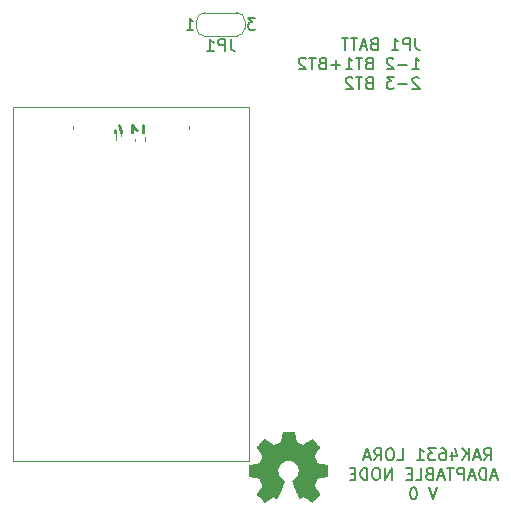
<source format=gbr>
G04 #@! TF.GenerationSoftware,KiCad,Pcbnew,5.1.5-52549c5~86~ubuntu18.04.1*
G04 #@! TF.CreationDate,2020-11-21T17:19:21-05:00*
G04 #@! TF.ProjectId,RAK4631_LORA_ADAPTABLE_NODE,52414b34-3633-4315-9f4c-4f52415f4144,rev?*
G04 #@! TF.SameCoordinates,Original*
G04 #@! TF.FileFunction,Legend,Bot*
G04 #@! TF.FilePolarity,Positive*
%FSLAX46Y46*%
G04 Gerber Fmt 4.6, Leading zero omitted, Abs format (unit mm)*
G04 Created by KiCad (PCBNEW 5.1.5-52549c5~86~ubuntu18.04.1) date 2020-11-21 17:19:21*
%MOMM*%
%LPD*%
G04 APERTURE LIST*
%ADD10C,0.150000*%
%ADD11C,0.120000*%
%ADD12C,0.100000*%
%ADD13C,0.010000*%
%ADD14C,0.254000*%
%ADD15R,0.552000X0.632000*%
%ADD16R,0.332000X0.752000*%
%ADD17O,1.802000X1.802000*%
%ADD18C,1.802000*%
%ADD19C,2.502000*%
%ADD20R,2.502000X2.502000*%
%ADD21C,2.102000*%
%ADD22C,2.742000*%
%ADD23R,1.102000X1.602000*%
%ADD24C,3.102000*%
G04 APERTURE END LIST*
D10*
X154367857Y-139772380D02*
X154701190Y-139296190D01*
X154939285Y-139772380D02*
X154939285Y-138772380D01*
X154558333Y-138772380D01*
X154463095Y-138820000D01*
X154415476Y-138867619D01*
X154367857Y-138962857D01*
X154367857Y-139105714D01*
X154415476Y-139200952D01*
X154463095Y-139248571D01*
X154558333Y-139296190D01*
X154939285Y-139296190D01*
X153986904Y-139486666D02*
X153510714Y-139486666D01*
X154082142Y-139772380D02*
X153748809Y-138772380D01*
X153415476Y-139772380D01*
X153082142Y-139772380D02*
X153082142Y-138772380D01*
X152510714Y-139772380D02*
X152939285Y-139200952D01*
X152510714Y-138772380D02*
X153082142Y-139343809D01*
X151653571Y-139105714D02*
X151653571Y-139772380D01*
X151891666Y-138724761D02*
X152129761Y-139439047D01*
X151510714Y-139439047D01*
X150701190Y-138772380D02*
X150891666Y-138772380D01*
X150986904Y-138820000D01*
X151034523Y-138867619D01*
X151129761Y-139010476D01*
X151177380Y-139200952D01*
X151177380Y-139581904D01*
X151129761Y-139677142D01*
X151082142Y-139724761D01*
X150986904Y-139772380D01*
X150796428Y-139772380D01*
X150701190Y-139724761D01*
X150653571Y-139677142D01*
X150605952Y-139581904D01*
X150605952Y-139343809D01*
X150653571Y-139248571D01*
X150701190Y-139200952D01*
X150796428Y-139153333D01*
X150986904Y-139153333D01*
X151082142Y-139200952D01*
X151129761Y-139248571D01*
X151177380Y-139343809D01*
X150272619Y-138772380D02*
X149653571Y-138772380D01*
X149986904Y-139153333D01*
X149844047Y-139153333D01*
X149748809Y-139200952D01*
X149701190Y-139248571D01*
X149653571Y-139343809D01*
X149653571Y-139581904D01*
X149701190Y-139677142D01*
X149748809Y-139724761D01*
X149844047Y-139772380D01*
X150129761Y-139772380D01*
X150225000Y-139724761D01*
X150272619Y-139677142D01*
X148701190Y-139772380D02*
X149272619Y-139772380D01*
X148986904Y-139772380D02*
X148986904Y-138772380D01*
X149082142Y-138915238D01*
X149177380Y-139010476D01*
X149272619Y-139058095D01*
X147034523Y-139772380D02*
X147510714Y-139772380D01*
X147510714Y-138772380D01*
X146510714Y-138772380D02*
X146320238Y-138772380D01*
X146225000Y-138820000D01*
X146129761Y-138915238D01*
X146082142Y-139105714D01*
X146082142Y-139439047D01*
X146129761Y-139629523D01*
X146225000Y-139724761D01*
X146320238Y-139772380D01*
X146510714Y-139772380D01*
X146605952Y-139724761D01*
X146701190Y-139629523D01*
X146748809Y-139439047D01*
X146748809Y-139105714D01*
X146701190Y-138915238D01*
X146605952Y-138820000D01*
X146510714Y-138772380D01*
X145082142Y-139772380D02*
X145415476Y-139296190D01*
X145653571Y-139772380D02*
X145653571Y-138772380D01*
X145272619Y-138772380D01*
X145177380Y-138820000D01*
X145129761Y-138867619D01*
X145082142Y-138962857D01*
X145082142Y-139105714D01*
X145129761Y-139200952D01*
X145177380Y-139248571D01*
X145272619Y-139296190D01*
X145653571Y-139296190D01*
X144701190Y-139486666D02*
X144225000Y-139486666D01*
X144796428Y-139772380D02*
X144463095Y-138772380D01*
X144129761Y-139772380D01*
X155439285Y-141136666D02*
X154963095Y-141136666D01*
X155534523Y-141422380D02*
X155201190Y-140422380D01*
X154867857Y-141422380D01*
X154534523Y-141422380D02*
X154534523Y-140422380D01*
X154296428Y-140422380D01*
X154153571Y-140470000D01*
X154058333Y-140565238D01*
X154010714Y-140660476D01*
X153963095Y-140850952D01*
X153963095Y-140993809D01*
X154010714Y-141184285D01*
X154058333Y-141279523D01*
X154153571Y-141374761D01*
X154296428Y-141422380D01*
X154534523Y-141422380D01*
X153582142Y-141136666D02*
X153105952Y-141136666D01*
X153677380Y-141422380D02*
X153344047Y-140422380D01*
X153010714Y-141422380D01*
X152677380Y-141422380D02*
X152677380Y-140422380D01*
X152296428Y-140422380D01*
X152201190Y-140470000D01*
X152153571Y-140517619D01*
X152105952Y-140612857D01*
X152105952Y-140755714D01*
X152153571Y-140850952D01*
X152201190Y-140898571D01*
X152296428Y-140946190D01*
X152677380Y-140946190D01*
X151820238Y-140422380D02*
X151248809Y-140422380D01*
X151534523Y-141422380D02*
X151534523Y-140422380D01*
X150963095Y-141136666D02*
X150486904Y-141136666D01*
X151058333Y-141422380D02*
X150725000Y-140422380D01*
X150391666Y-141422380D01*
X149725000Y-140898571D02*
X149582142Y-140946190D01*
X149534523Y-140993809D01*
X149486904Y-141089047D01*
X149486904Y-141231904D01*
X149534523Y-141327142D01*
X149582142Y-141374761D01*
X149677380Y-141422380D01*
X150058333Y-141422380D01*
X150058333Y-140422380D01*
X149725000Y-140422380D01*
X149629761Y-140470000D01*
X149582142Y-140517619D01*
X149534523Y-140612857D01*
X149534523Y-140708095D01*
X149582142Y-140803333D01*
X149629761Y-140850952D01*
X149725000Y-140898571D01*
X150058333Y-140898571D01*
X148582142Y-141422380D02*
X149058333Y-141422380D01*
X149058333Y-140422380D01*
X148248809Y-140898571D02*
X147915476Y-140898571D01*
X147772619Y-141422380D02*
X148248809Y-141422380D01*
X148248809Y-140422380D01*
X147772619Y-140422380D01*
X146582142Y-141422380D02*
X146582142Y-140422380D01*
X146010714Y-141422380D01*
X146010714Y-140422380D01*
X145344047Y-140422380D02*
X145153571Y-140422380D01*
X145058333Y-140470000D01*
X144963095Y-140565238D01*
X144915476Y-140755714D01*
X144915476Y-141089047D01*
X144963095Y-141279523D01*
X145058333Y-141374761D01*
X145153571Y-141422380D01*
X145344047Y-141422380D01*
X145439285Y-141374761D01*
X145534523Y-141279523D01*
X145582142Y-141089047D01*
X145582142Y-140755714D01*
X145534523Y-140565238D01*
X145439285Y-140470000D01*
X145344047Y-140422380D01*
X144486904Y-141422380D02*
X144486904Y-140422380D01*
X144248809Y-140422380D01*
X144105952Y-140470000D01*
X144010714Y-140565238D01*
X143963095Y-140660476D01*
X143915476Y-140850952D01*
X143915476Y-140993809D01*
X143963095Y-141184285D01*
X144010714Y-141279523D01*
X144105952Y-141374761D01*
X144248809Y-141422380D01*
X144486904Y-141422380D01*
X143486904Y-140898571D02*
X143153571Y-140898571D01*
X143010714Y-141422380D02*
X143486904Y-141422380D01*
X143486904Y-140422380D01*
X143010714Y-140422380D01*
X150415476Y-142072380D02*
X150082142Y-143072380D01*
X149748809Y-142072380D01*
X148463095Y-142072380D02*
X148367857Y-142072380D01*
X148272619Y-142120000D01*
X148225000Y-142167619D01*
X148177380Y-142262857D01*
X148129761Y-142453333D01*
X148129761Y-142691428D01*
X148177380Y-142881904D01*
X148225000Y-142977142D01*
X148272619Y-143024761D01*
X148367857Y-143072380D01*
X148463095Y-143072380D01*
X148558333Y-143024761D01*
X148605952Y-142977142D01*
X148653571Y-142881904D01*
X148701190Y-142691428D01*
X148701190Y-142453333D01*
X148653571Y-142262857D01*
X148605952Y-142167619D01*
X148558333Y-142120000D01*
X148463095Y-142072380D01*
X148552890Y-104025180D02*
X148552890Y-104739466D01*
X148600509Y-104882323D01*
X148695747Y-104977561D01*
X148838604Y-105025180D01*
X148933842Y-105025180D01*
X148076700Y-105025180D02*
X148076700Y-104025180D01*
X147695747Y-104025180D01*
X147600509Y-104072800D01*
X147552890Y-104120419D01*
X147505271Y-104215657D01*
X147505271Y-104358514D01*
X147552890Y-104453752D01*
X147600509Y-104501371D01*
X147695747Y-104548990D01*
X148076700Y-104548990D01*
X146552890Y-105025180D02*
X147124319Y-105025180D01*
X146838604Y-105025180D02*
X146838604Y-104025180D01*
X146933842Y-104168038D01*
X147029080Y-104263276D01*
X147124319Y-104310895D01*
X145029080Y-104501371D02*
X144886223Y-104548990D01*
X144838604Y-104596609D01*
X144790985Y-104691847D01*
X144790985Y-104834704D01*
X144838604Y-104929942D01*
X144886223Y-104977561D01*
X144981461Y-105025180D01*
X145362414Y-105025180D01*
X145362414Y-104025180D01*
X145029080Y-104025180D01*
X144933842Y-104072800D01*
X144886223Y-104120419D01*
X144838604Y-104215657D01*
X144838604Y-104310895D01*
X144886223Y-104406133D01*
X144933842Y-104453752D01*
X145029080Y-104501371D01*
X145362414Y-104501371D01*
X144410033Y-104739466D02*
X143933842Y-104739466D01*
X144505271Y-105025180D02*
X144171938Y-104025180D01*
X143838604Y-105025180D01*
X143648128Y-104025180D02*
X143076700Y-104025180D01*
X143362414Y-105025180D02*
X143362414Y-104025180D01*
X142886223Y-104025180D02*
X142314795Y-104025180D01*
X142600509Y-105025180D02*
X142600509Y-104025180D01*
X148314795Y-106675180D02*
X148886223Y-106675180D01*
X148600509Y-106675180D02*
X148600509Y-105675180D01*
X148695747Y-105818038D01*
X148790985Y-105913276D01*
X148886223Y-105960895D01*
X147886223Y-106294228D02*
X147124319Y-106294228D01*
X146695747Y-105770419D02*
X146648128Y-105722800D01*
X146552890Y-105675180D01*
X146314795Y-105675180D01*
X146219557Y-105722800D01*
X146171938Y-105770419D01*
X146124319Y-105865657D01*
X146124319Y-105960895D01*
X146171938Y-106103752D01*
X146743366Y-106675180D01*
X146124319Y-106675180D01*
X144600509Y-106151371D02*
X144457652Y-106198990D01*
X144410033Y-106246609D01*
X144362414Y-106341847D01*
X144362414Y-106484704D01*
X144410033Y-106579942D01*
X144457652Y-106627561D01*
X144552890Y-106675180D01*
X144933842Y-106675180D01*
X144933842Y-105675180D01*
X144600509Y-105675180D01*
X144505271Y-105722800D01*
X144457652Y-105770419D01*
X144410033Y-105865657D01*
X144410033Y-105960895D01*
X144457652Y-106056133D01*
X144505271Y-106103752D01*
X144600509Y-106151371D01*
X144933842Y-106151371D01*
X144076700Y-105675180D02*
X143505271Y-105675180D01*
X143790985Y-106675180D02*
X143790985Y-105675180D01*
X142648128Y-106675180D02*
X143219557Y-106675180D01*
X142933842Y-106675180D02*
X142933842Y-105675180D01*
X143029080Y-105818038D01*
X143124319Y-105913276D01*
X143219557Y-105960895D01*
X142219557Y-106294228D02*
X141457652Y-106294228D01*
X141838604Y-106675180D02*
X141838604Y-105913276D01*
X140648128Y-106151371D02*
X140505271Y-106198990D01*
X140457652Y-106246609D01*
X140410033Y-106341847D01*
X140410033Y-106484704D01*
X140457652Y-106579942D01*
X140505271Y-106627561D01*
X140600509Y-106675180D01*
X140981461Y-106675180D01*
X140981461Y-105675180D01*
X140648128Y-105675180D01*
X140552890Y-105722800D01*
X140505271Y-105770419D01*
X140457652Y-105865657D01*
X140457652Y-105960895D01*
X140505271Y-106056133D01*
X140552890Y-106103752D01*
X140648128Y-106151371D01*
X140981461Y-106151371D01*
X140124319Y-105675180D02*
X139552890Y-105675180D01*
X139838604Y-106675180D02*
X139838604Y-105675180D01*
X139267176Y-105770419D02*
X139219557Y-105722800D01*
X139124319Y-105675180D01*
X138886223Y-105675180D01*
X138790985Y-105722800D01*
X138743366Y-105770419D01*
X138695747Y-105865657D01*
X138695747Y-105960895D01*
X138743366Y-106103752D01*
X139314795Y-106675180D01*
X138695747Y-106675180D01*
X148886223Y-107420419D02*
X148838604Y-107372800D01*
X148743366Y-107325180D01*
X148505271Y-107325180D01*
X148410033Y-107372800D01*
X148362414Y-107420419D01*
X148314795Y-107515657D01*
X148314795Y-107610895D01*
X148362414Y-107753752D01*
X148933842Y-108325180D01*
X148314795Y-108325180D01*
X147886223Y-107944228D02*
X147124319Y-107944228D01*
X146743366Y-107325180D02*
X146124319Y-107325180D01*
X146457652Y-107706133D01*
X146314795Y-107706133D01*
X146219557Y-107753752D01*
X146171938Y-107801371D01*
X146124319Y-107896609D01*
X146124319Y-108134704D01*
X146171938Y-108229942D01*
X146219557Y-108277561D01*
X146314795Y-108325180D01*
X146600509Y-108325180D01*
X146695747Y-108277561D01*
X146743366Y-108229942D01*
X144600509Y-107801371D02*
X144457652Y-107848990D01*
X144410033Y-107896609D01*
X144362414Y-107991847D01*
X144362414Y-108134704D01*
X144410033Y-108229942D01*
X144457652Y-108277561D01*
X144552890Y-108325180D01*
X144933842Y-108325180D01*
X144933842Y-107325180D01*
X144600509Y-107325180D01*
X144505271Y-107372800D01*
X144457652Y-107420419D01*
X144410033Y-107515657D01*
X144410033Y-107610895D01*
X144457652Y-107706133D01*
X144505271Y-107753752D01*
X144600509Y-107801371D01*
X144933842Y-107801371D01*
X144076700Y-107325180D02*
X143505271Y-107325180D01*
X143790985Y-108325180D02*
X143790985Y-107325180D01*
X143219557Y-107420419D02*
X143171938Y-107372800D01*
X143076700Y-107325180D01*
X142838604Y-107325180D01*
X142743366Y-107372800D01*
X142695747Y-107420419D01*
X142648128Y-107515657D01*
X142648128Y-107610895D01*
X142695747Y-107753752D01*
X143267176Y-108325180D01*
X142648128Y-108325180D01*
D11*
X114485400Y-109857600D02*
X114485400Y-139857600D01*
X134485400Y-109857600D02*
X134485400Y-139857600D01*
X134485400Y-139857600D02*
X114485400Y-139857600D01*
X134485400Y-109857600D02*
X114485400Y-109857600D01*
D12*
X129385400Y-111707600D02*
X129385400Y-111507600D01*
X119585400Y-111707600D02*
X119585400Y-111507600D01*
D13*
G36*
X137239186Y-137803931D02*
G01*
X137155365Y-138248555D01*
X136846080Y-138376053D01*
X136536794Y-138503551D01*
X136165754Y-138251246D01*
X136061843Y-138180996D01*
X135967913Y-138118272D01*
X135888348Y-138065938D01*
X135827530Y-138026857D01*
X135789843Y-138003893D01*
X135779579Y-137998942D01*
X135761090Y-138011676D01*
X135721580Y-138046882D01*
X135665478Y-138100062D01*
X135597213Y-138166718D01*
X135521214Y-138242354D01*
X135441908Y-138322472D01*
X135363725Y-138402574D01*
X135291093Y-138478164D01*
X135228441Y-138544745D01*
X135180197Y-138597818D01*
X135150790Y-138632887D01*
X135143759Y-138644623D01*
X135153877Y-138666260D01*
X135182241Y-138713662D01*
X135225871Y-138782193D01*
X135281782Y-138867215D01*
X135346994Y-138964093D01*
X135384781Y-139019350D01*
X135453657Y-139120248D01*
X135514860Y-139211299D01*
X135565422Y-139287970D01*
X135602372Y-139345728D01*
X135622742Y-139380043D01*
X135625803Y-139387254D01*
X135618864Y-139407748D01*
X135599949Y-139455513D01*
X135571913Y-139523832D01*
X135537609Y-139605989D01*
X135499891Y-139695270D01*
X135461613Y-139784958D01*
X135425630Y-139868338D01*
X135394794Y-139938694D01*
X135371961Y-139989310D01*
X135359983Y-140013471D01*
X135359276Y-140014422D01*
X135340469Y-140019036D01*
X135290382Y-140029328D01*
X135214207Y-140044287D01*
X135117135Y-140062901D01*
X135004357Y-140084159D01*
X134938558Y-140096418D01*
X134818050Y-140119362D01*
X134709203Y-140141195D01*
X134617524Y-140160722D01*
X134548519Y-140176748D01*
X134507696Y-140188079D01*
X134499489Y-140191674D01*
X134491452Y-140216006D01*
X134484967Y-140270959D01*
X134480030Y-140350108D01*
X134476636Y-140447026D01*
X134474782Y-140555287D01*
X134474462Y-140668465D01*
X134475673Y-140780135D01*
X134478410Y-140883868D01*
X134482669Y-140973241D01*
X134488445Y-141041826D01*
X134495733Y-141083197D01*
X134500105Y-141091810D01*
X134526236Y-141102133D01*
X134581607Y-141116892D01*
X134658893Y-141134352D01*
X134750770Y-141152780D01*
X134782842Y-141158741D01*
X134937476Y-141187066D01*
X135059625Y-141209876D01*
X135153327Y-141228080D01*
X135222616Y-141242583D01*
X135271529Y-141254292D01*
X135304103Y-141264115D01*
X135324372Y-141272956D01*
X135336374Y-141281724D01*
X135338053Y-141283457D01*
X135354816Y-141311371D01*
X135380386Y-141365695D01*
X135412212Y-141439777D01*
X135447740Y-141526965D01*
X135484417Y-141620608D01*
X135519689Y-141714052D01*
X135551004Y-141800647D01*
X135575807Y-141873740D01*
X135591546Y-141926678D01*
X135595668Y-141952811D01*
X135595324Y-141953726D01*
X135581359Y-141975086D01*
X135549678Y-142022084D01*
X135503609Y-142089827D01*
X135446482Y-142173423D01*
X135381627Y-142267982D01*
X135363157Y-142294854D01*
X135297301Y-142392275D01*
X135239350Y-142481163D01*
X135192462Y-142556412D01*
X135159793Y-142612920D01*
X135144500Y-142645581D01*
X135143759Y-142649593D01*
X135156608Y-142670684D01*
X135192112Y-142712464D01*
X135245707Y-142770445D01*
X135312829Y-142840135D01*
X135388913Y-142917045D01*
X135469396Y-142996683D01*
X135549713Y-143074561D01*
X135625301Y-143146186D01*
X135691595Y-143207070D01*
X135744031Y-143252721D01*
X135778045Y-143278650D01*
X135787455Y-143282883D01*
X135809357Y-143272912D01*
X135854200Y-143246020D01*
X135914679Y-143206736D01*
X135961211Y-143175117D01*
X136045525Y-143117098D01*
X136145374Y-143048784D01*
X136245527Y-142980579D01*
X136299373Y-142944075D01*
X136481629Y-142820800D01*
X136634619Y-142903520D01*
X136704318Y-142939759D01*
X136763586Y-142967926D01*
X136803689Y-142983991D01*
X136813897Y-142986226D01*
X136826171Y-142969722D01*
X136850387Y-142923082D01*
X136884737Y-142850609D01*
X136927412Y-142756606D01*
X136976606Y-142645374D01*
X137030510Y-142521215D01*
X137087316Y-142388432D01*
X137145218Y-142251327D01*
X137202407Y-142114202D01*
X137257076Y-141981358D01*
X137307416Y-141857098D01*
X137351620Y-141745725D01*
X137387881Y-141651539D01*
X137414391Y-141578844D01*
X137429342Y-141531941D01*
X137431746Y-141515833D01*
X137412689Y-141495286D01*
X137370964Y-141461933D01*
X137315294Y-141422702D01*
X137310622Y-141419599D01*
X137166736Y-141304423D01*
X137050717Y-141170053D01*
X136963570Y-141020784D01*
X136906301Y-140860913D01*
X136879914Y-140694737D01*
X136885415Y-140526552D01*
X136923810Y-140360655D01*
X136996105Y-140201342D01*
X137017374Y-140166487D01*
X137128004Y-140025737D01*
X137258698Y-139912714D01*
X137404936Y-139828003D01*
X137562192Y-139772194D01*
X137725943Y-139745874D01*
X137891667Y-139749630D01*
X138054838Y-139784050D01*
X138210935Y-139849723D01*
X138355433Y-139947235D01*
X138400131Y-139986813D01*
X138513888Y-140110703D01*
X138596782Y-140241124D01*
X138653644Y-140387315D01*
X138685313Y-140532088D01*
X138693131Y-140694860D01*
X138667062Y-140858440D01*
X138609755Y-141017298D01*
X138523856Y-141165906D01*
X138412014Y-141298735D01*
X138276877Y-141410256D01*
X138259117Y-141422011D01*
X138202850Y-141460508D01*
X138160077Y-141493863D01*
X138139628Y-141515160D01*
X138139331Y-141515833D01*
X138143721Y-141538871D01*
X138161124Y-141591157D01*
X138189732Y-141668390D01*
X138227735Y-141766268D01*
X138273326Y-141880491D01*
X138324697Y-142006758D01*
X138380038Y-142140767D01*
X138437542Y-142278218D01*
X138495399Y-142414808D01*
X138551802Y-142546237D01*
X138604942Y-142668205D01*
X138653010Y-142776409D01*
X138694199Y-142866549D01*
X138726699Y-142934323D01*
X138748703Y-142975430D01*
X138757564Y-142986226D01*
X138784640Y-142977819D01*
X138835303Y-142955272D01*
X138900817Y-142922613D01*
X138936841Y-142903520D01*
X139089832Y-142820800D01*
X139272088Y-142944075D01*
X139365125Y-143007228D01*
X139466985Y-143076727D01*
X139562438Y-143142165D01*
X139610250Y-143175117D01*
X139677495Y-143220273D01*
X139734436Y-143256057D01*
X139773646Y-143277938D01*
X139786381Y-143282563D01*
X139804917Y-143270085D01*
X139845941Y-143235252D01*
X139905475Y-143181678D01*
X139979542Y-143112983D01*
X140064165Y-143032781D01*
X140117685Y-142981286D01*
X140211319Y-142889286D01*
X140292241Y-142806999D01*
X140357177Y-142737945D01*
X140402858Y-142685644D01*
X140426011Y-142653616D01*
X140428232Y-142647116D01*
X140417924Y-142622394D01*
X140389439Y-142572405D01*
X140345937Y-142502212D01*
X140290577Y-142416875D01*
X140226520Y-142321456D01*
X140208303Y-142294854D01*
X140141927Y-142198167D01*
X140082378Y-142111117D01*
X140032984Y-142038595D01*
X139997075Y-141985493D01*
X139977981Y-141956703D01*
X139976136Y-141953726D01*
X139978895Y-141930782D01*
X139993538Y-141880336D01*
X140017513Y-141809041D01*
X140048266Y-141723547D01*
X140083244Y-141630507D01*
X140119893Y-141536574D01*
X140155661Y-141448399D01*
X140187994Y-141372634D01*
X140214338Y-141315931D01*
X140232142Y-141284943D01*
X140233407Y-141283457D01*
X140244294Y-141274601D01*
X140262682Y-141265843D01*
X140292606Y-141256277D01*
X140338103Y-141244996D01*
X140403209Y-141231093D01*
X140491961Y-141213663D01*
X140608393Y-141191798D01*
X140756542Y-141164591D01*
X140788618Y-141158741D01*
X140883686Y-141140374D01*
X140966565Y-141122405D01*
X141029930Y-141106569D01*
X141066458Y-141094600D01*
X141071356Y-141091810D01*
X141079427Y-141067072D01*
X141085987Y-141011790D01*
X141091033Y-140932389D01*
X141094559Y-140835296D01*
X141096561Y-140726938D01*
X141097036Y-140613740D01*
X141095977Y-140502128D01*
X141093382Y-140398529D01*
X141089246Y-140309368D01*
X141083563Y-140241072D01*
X141076331Y-140200066D01*
X141071971Y-140191674D01*
X141047698Y-140183208D01*
X140992426Y-140169435D01*
X140911662Y-140151550D01*
X140810912Y-140130748D01*
X140695683Y-140108223D01*
X140632902Y-140096418D01*
X140513787Y-140074151D01*
X140407565Y-140053979D01*
X140319427Y-140036915D01*
X140254566Y-140023969D01*
X140218174Y-140016155D01*
X140212184Y-140014422D01*
X140202061Y-139994890D01*
X140180662Y-139947843D01*
X140150839Y-139880003D01*
X140115445Y-139798091D01*
X140077332Y-139708828D01*
X140039353Y-139618935D01*
X140004360Y-139535135D01*
X139975206Y-139464147D01*
X139954743Y-139412694D01*
X139945823Y-139387497D01*
X139945657Y-139386396D01*
X139955769Y-139366519D01*
X139984117Y-139320777D01*
X140027723Y-139253717D01*
X140083606Y-139169884D01*
X140148787Y-139073826D01*
X140186679Y-139018650D01*
X140255725Y-138917481D01*
X140317050Y-138825630D01*
X140367663Y-138747744D01*
X140404571Y-138688469D01*
X140424782Y-138652451D01*
X140427701Y-138644377D01*
X140415153Y-138625584D01*
X140380463Y-138585457D01*
X140328063Y-138528493D01*
X140262384Y-138459185D01*
X140187856Y-138382031D01*
X140108913Y-138301525D01*
X140029983Y-138222163D01*
X139955500Y-138148440D01*
X139889894Y-138084852D01*
X139837596Y-138035894D01*
X139803039Y-138006061D01*
X139791478Y-137998942D01*
X139772654Y-138008953D01*
X139727631Y-138037078D01*
X139660787Y-138080454D01*
X139576499Y-138136218D01*
X139479144Y-138201506D01*
X139405707Y-138251246D01*
X139034667Y-138503551D01*
X138416095Y-138248555D01*
X138332275Y-137803931D01*
X138248454Y-137359307D01*
X137323006Y-137359307D01*
X137239186Y-137803931D01*
G37*
X137239186Y-137803931D02*
X137155365Y-138248555D01*
X136846080Y-138376053D01*
X136536794Y-138503551D01*
X136165754Y-138251246D01*
X136061843Y-138180996D01*
X135967913Y-138118272D01*
X135888348Y-138065938D01*
X135827530Y-138026857D01*
X135789843Y-138003893D01*
X135779579Y-137998942D01*
X135761090Y-138011676D01*
X135721580Y-138046882D01*
X135665478Y-138100062D01*
X135597213Y-138166718D01*
X135521214Y-138242354D01*
X135441908Y-138322472D01*
X135363725Y-138402574D01*
X135291093Y-138478164D01*
X135228441Y-138544745D01*
X135180197Y-138597818D01*
X135150790Y-138632887D01*
X135143759Y-138644623D01*
X135153877Y-138666260D01*
X135182241Y-138713662D01*
X135225871Y-138782193D01*
X135281782Y-138867215D01*
X135346994Y-138964093D01*
X135384781Y-139019350D01*
X135453657Y-139120248D01*
X135514860Y-139211299D01*
X135565422Y-139287970D01*
X135602372Y-139345728D01*
X135622742Y-139380043D01*
X135625803Y-139387254D01*
X135618864Y-139407748D01*
X135599949Y-139455513D01*
X135571913Y-139523832D01*
X135537609Y-139605989D01*
X135499891Y-139695270D01*
X135461613Y-139784958D01*
X135425630Y-139868338D01*
X135394794Y-139938694D01*
X135371961Y-139989310D01*
X135359983Y-140013471D01*
X135359276Y-140014422D01*
X135340469Y-140019036D01*
X135290382Y-140029328D01*
X135214207Y-140044287D01*
X135117135Y-140062901D01*
X135004357Y-140084159D01*
X134938558Y-140096418D01*
X134818050Y-140119362D01*
X134709203Y-140141195D01*
X134617524Y-140160722D01*
X134548519Y-140176748D01*
X134507696Y-140188079D01*
X134499489Y-140191674D01*
X134491452Y-140216006D01*
X134484967Y-140270959D01*
X134480030Y-140350108D01*
X134476636Y-140447026D01*
X134474782Y-140555287D01*
X134474462Y-140668465D01*
X134475673Y-140780135D01*
X134478410Y-140883868D01*
X134482669Y-140973241D01*
X134488445Y-141041826D01*
X134495733Y-141083197D01*
X134500105Y-141091810D01*
X134526236Y-141102133D01*
X134581607Y-141116892D01*
X134658893Y-141134352D01*
X134750770Y-141152780D01*
X134782842Y-141158741D01*
X134937476Y-141187066D01*
X135059625Y-141209876D01*
X135153327Y-141228080D01*
X135222616Y-141242583D01*
X135271529Y-141254292D01*
X135304103Y-141264115D01*
X135324372Y-141272956D01*
X135336374Y-141281724D01*
X135338053Y-141283457D01*
X135354816Y-141311371D01*
X135380386Y-141365695D01*
X135412212Y-141439777D01*
X135447740Y-141526965D01*
X135484417Y-141620608D01*
X135519689Y-141714052D01*
X135551004Y-141800647D01*
X135575807Y-141873740D01*
X135591546Y-141926678D01*
X135595668Y-141952811D01*
X135595324Y-141953726D01*
X135581359Y-141975086D01*
X135549678Y-142022084D01*
X135503609Y-142089827D01*
X135446482Y-142173423D01*
X135381627Y-142267982D01*
X135363157Y-142294854D01*
X135297301Y-142392275D01*
X135239350Y-142481163D01*
X135192462Y-142556412D01*
X135159793Y-142612920D01*
X135144500Y-142645581D01*
X135143759Y-142649593D01*
X135156608Y-142670684D01*
X135192112Y-142712464D01*
X135245707Y-142770445D01*
X135312829Y-142840135D01*
X135388913Y-142917045D01*
X135469396Y-142996683D01*
X135549713Y-143074561D01*
X135625301Y-143146186D01*
X135691595Y-143207070D01*
X135744031Y-143252721D01*
X135778045Y-143278650D01*
X135787455Y-143282883D01*
X135809357Y-143272912D01*
X135854200Y-143246020D01*
X135914679Y-143206736D01*
X135961211Y-143175117D01*
X136045525Y-143117098D01*
X136145374Y-143048784D01*
X136245527Y-142980579D01*
X136299373Y-142944075D01*
X136481629Y-142820800D01*
X136634619Y-142903520D01*
X136704318Y-142939759D01*
X136763586Y-142967926D01*
X136803689Y-142983991D01*
X136813897Y-142986226D01*
X136826171Y-142969722D01*
X136850387Y-142923082D01*
X136884737Y-142850609D01*
X136927412Y-142756606D01*
X136976606Y-142645374D01*
X137030510Y-142521215D01*
X137087316Y-142388432D01*
X137145218Y-142251327D01*
X137202407Y-142114202D01*
X137257076Y-141981358D01*
X137307416Y-141857098D01*
X137351620Y-141745725D01*
X137387881Y-141651539D01*
X137414391Y-141578844D01*
X137429342Y-141531941D01*
X137431746Y-141515833D01*
X137412689Y-141495286D01*
X137370964Y-141461933D01*
X137315294Y-141422702D01*
X137310622Y-141419599D01*
X137166736Y-141304423D01*
X137050717Y-141170053D01*
X136963570Y-141020784D01*
X136906301Y-140860913D01*
X136879914Y-140694737D01*
X136885415Y-140526552D01*
X136923810Y-140360655D01*
X136996105Y-140201342D01*
X137017374Y-140166487D01*
X137128004Y-140025737D01*
X137258698Y-139912714D01*
X137404936Y-139828003D01*
X137562192Y-139772194D01*
X137725943Y-139745874D01*
X137891667Y-139749630D01*
X138054838Y-139784050D01*
X138210935Y-139849723D01*
X138355433Y-139947235D01*
X138400131Y-139986813D01*
X138513888Y-140110703D01*
X138596782Y-140241124D01*
X138653644Y-140387315D01*
X138685313Y-140532088D01*
X138693131Y-140694860D01*
X138667062Y-140858440D01*
X138609755Y-141017298D01*
X138523856Y-141165906D01*
X138412014Y-141298735D01*
X138276877Y-141410256D01*
X138259117Y-141422011D01*
X138202850Y-141460508D01*
X138160077Y-141493863D01*
X138139628Y-141515160D01*
X138139331Y-141515833D01*
X138143721Y-141538871D01*
X138161124Y-141591157D01*
X138189732Y-141668390D01*
X138227735Y-141766268D01*
X138273326Y-141880491D01*
X138324697Y-142006758D01*
X138380038Y-142140767D01*
X138437542Y-142278218D01*
X138495399Y-142414808D01*
X138551802Y-142546237D01*
X138604942Y-142668205D01*
X138653010Y-142776409D01*
X138694199Y-142866549D01*
X138726699Y-142934323D01*
X138748703Y-142975430D01*
X138757564Y-142986226D01*
X138784640Y-142977819D01*
X138835303Y-142955272D01*
X138900817Y-142922613D01*
X138936841Y-142903520D01*
X139089832Y-142820800D01*
X139272088Y-142944075D01*
X139365125Y-143007228D01*
X139466985Y-143076727D01*
X139562438Y-143142165D01*
X139610250Y-143175117D01*
X139677495Y-143220273D01*
X139734436Y-143256057D01*
X139773646Y-143277938D01*
X139786381Y-143282563D01*
X139804917Y-143270085D01*
X139845941Y-143235252D01*
X139905475Y-143181678D01*
X139979542Y-143112983D01*
X140064165Y-143032781D01*
X140117685Y-142981286D01*
X140211319Y-142889286D01*
X140292241Y-142806999D01*
X140357177Y-142737945D01*
X140402858Y-142685644D01*
X140426011Y-142653616D01*
X140428232Y-142647116D01*
X140417924Y-142622394D01*
X140389439Y-142572405D01*
X140345937Y-142502212D01*
X140290577Y-142416875D01*
X140226520Y-142321456D01*
X140208303Y-142294854D01*
X140141927Y-142198167D01*
X140082378Y-142111117D01*
X140032984Y-142038595D01*
X139997075Y-141985493D01*
X139977981Y-141956703D01*
X139976136Y-141953726D01*
X139978895Y-141930782D01*
X139993538Y-141880336D01*
X140017513Y-141809041D01*
X140048266Y-141723547D01*
X140083244Y-141630507D01*
X140119893Y-141536574D01*
X140155661Y-141448399D01*
X140187994Y-141372634D01*
X140214338Y-141315931D01*
X140232142Y-141284943D01*
X140233407Y-141283457D01*
X140244294Y-141274601D01*
X140262682Y-141265843D01*
X140292606Y-141256277D01*
X140338103Y-141244996D01*
X140403209Y-141231093D01*
X140491961Y-141213663D01*
X140608393Y-141191798D01*
X140756542Y-141164591D01*
X140788618Y-141158741D01*
X140883686Y-141140374D01*
X140966565Y-141122405D01*
X141029930Y-141106569D01*
X141066458Y-141094600D01*
X141071356Y-141091810D01*
X141079427Y-141067072D01*
X141085987Y-141011790D01*
X141091033Y-140932389D01*
X141094559Y-140835296D01*
X141096561Y-140726938D01*
X141097036Y-140613740D01*
X141095977Y-140502128D01*
X141093382Y-140398529D01*
X141089246Y-140309368D01*
X141083563Y-140241072D01*
X141076331Y-140200066D01*
X141071971Y-140191674D01*
X141047698Y-140183208D01*
X140992426Y-140169435D01*
X140911662Y-140151550D01*
X140810912Y-140130748D01*
X140695683Y-140108223D01*
X140632902Y-140096418D01*
X140513787Y-140074151D01*
X140407565Y-140053979D01*
X140319427Y-140036915D01*
X140254566Y-140023969D01*
X140218174Y-140016155D01*
X140212184Y-140014422D01*
X140202061Y-139994890D01*
X140180662Y-139947843D01*
X140150839Y-139880003D01*
X140115445Y-139798091D01*
X140077332Y-139708828D01*
X140039353Y-139618935D01*
X140004360Y-139535135D01*
X139975206Y-139464147D01*
X139954743Y-139412694D01*
X139945823Y-139387497D01*
X139945657Y-139386396D01*
X139955769Y-139366519D01*
X139984117Y-139320777D01*
X140027723Y-139253717D01*
X140083606Y-139169884D01*
X140148787Y-139073826D01*
X140186679Y-139018650D01*
X140255725Y-138917481D01*
X140317050Y-138825630D01*
X140367663Y-138747744D01*
X140404571Y-138688469D01*
X140424782Y-138652451D01*
X140427701Y-138644377D01*
X140415153Y-138625584D01*
X140380463Y-138585457D01*
X140328063Y-138528493D01*
X140262384Y-138459185D01*
X140187856Y-138382031D01*
X140108913Y-138301525D01*
X140029983Y-138222163D01*
X139955500Y-138148440D01*
X139889894Y-138084852D01*
X139837596Y-138035894D01*
X139803039Y-138006061D01*
X139791478Y-137998942D01*
X139772654Y-138008953D01*
X139727631Y-138037078D01*
X139660787Y-138080454D01*
X139576499Y-138136218D01*
X139479144Y-138201506D01*
X139405707Y-138251246D01*
X139034667Y-138503551D01*
X138416095Y-138248555D01*
X138332275Y-137803931D01*
X138248454Y-137359307D01*
X137323006Y-137359307D01*
X137239186Y-137803931D01*
D11*
X130030000Y-103170000D02*
G75*
G03X130730000Y-103870000I700000J0D01*
G01*
X130730000Y-101870000D02*
G75*
G03X130030000Y-102570000I0J-700000D01*
G01*
X134130000Y-102570000D02*
G75*
G03X133430000Y-101870000I-700000J0D01*
G01*
X133430000Y-103870000D02*
G75*
G03X134130000Y-103170000I0J700000D01*
G01*
X130680000Y-103870000D02*
X133480000Y-103870000D01*
X134130000Y-103170000D02*
X134130000Y-102570000D01*
X133480000Y-101870000D02*
X130680000Y-101870000D01*
X130030000Y-102570000D02*
X130030000Y-103170000D01*
D14*
X125513495Y-111412123D02*
X125513495Y-112319266D01*
X125573971Y-112500695D01*
X125694923Y-112621647D01*
X125876352Y-112682123D01*
X125997304Y-112682123D01*
X124243495Y-112682123D02*
X124969209Y-112682123D01*
X124606352Y-112682123D02*
X124606352Y-111412123D01*
X124727304Y-111593552D01*
X124848257Y-111714504D01*
X124969209Y-111774980D01*
X123154923Y-111835457D02*
X123154923Y-112682123D01*
X123457304Y-111351647D02*
X123759685Y-112258790D01*
X122973495Y-112258790D01*
D10*
X132913333Y-104122380D02*
X132913333Y-104836666D01*
X132960952Y-104979523D01*
X133056190Y-105074761D01*
X133199047Y-105122380D01*
X133294285Y-105122380D01*
X132437142Y-105122380D02*
X132437142Y-104122380D01*
X132056190Y-104122380D01*
X131960952Y-104170000D01*
X131913333Y-104217619D01*
X131865714Y-104312857D01*
X131865714Y-104455714D01*
X131913333Y-104550952D01*
X131960952Y-104598571D01*
X132056190Y-104646190D01*
X132437142Y-104646190D01*
X130913333Y-105122380D02*
X131484761Y-105122380D01*
X131199047Y-105122380D02*
X131199047Y-104122380D01*
X131294285Y-104265238D01*
X131389523Y-104360476D01*
X131484761Y-104408095D01*
X129194285Y-103322380D02*
X129765714Y-103322380D01*
X129480000Y-103322380D02*
X129480000Y-102322380D01*
X129575238Y-102465238D01*
X129670476Y-102560476D01*
X129765714Y-102608095D01*
X135013333Y-102322380D02*
X134394285Y-102322380D01*
X134727619Y-102703333D01*
X134584761Y-102703333D01*
X134489523Y-102750952D01*
X134441904Y-102798571D01*
X134394285Y-102893809D01*
X134394285Y-103131904D01*
X134441904Y-103227142D01*
X134489523Y-103274761D01*
X134584761Y-103322380D01*
X134870476Y-103322380D01*
X134965714Y-103274761D01*
X135013333Y-103227142D01*
%LPC*%
D15*
X129090400Y-112172600D03*
X129090400Y-111042600D03*
X119880400Y-112172600D03*
X119880400Y-111042600D03*
D16*
X120685400Y-110732600D03*
X120685400Y-112482600D03*
X121085400Y-110732600D03*
X121085400Y-112482600D03*
X121485400Y-110732600D03*
X121485400Y-112482600D03*
X121885400Y-110732600D03*
X121885400Y-112482600D03*
X122285400Y-110732600D03*
X122285400Y-112482600D03*
X122685400Y-110732600D03*
X122685400Y-112482600D03*
X123085400Y-110732600D03*
X123085400Y-112482600D03*
X123485400Y-110732600D03*
X123485400Y-112482600D03*
X123885400Y-110732600D03*
X123885400Y-112482600D03*
X124285400Y-110732600D03*
X124285400Y-112482600D03*
X124685400Y-110732600D03*
X124685400Y-112482600D03*
X125085400Y-110732600D03*
X125085400Y-112482600D03*
X125485400Y-110732600D03*
X125485400Y-112482600D03*
X125885400Y-110732600D03*
X125885400Y-112482600D03*
X126285400Y-110732600D03*
X126285400Y-112482600D03*
X126685400Y-110732600D03*
X126685400Y-112482600D03*
X127085400Y-110732600D03*
X127085400Y-112482600D03*
X127485400Y-110732600D03*
X127485400Y-112482600D03*
X127885400Y-110732600D03*
X127885400Y-112482600D03*
X128285400Y-110732600D03*
X128285400Y-112482600D03*
D17*
X159955000Y-121885000D03*
X157415000Y-121885000D03*
X154875000Y-121885000D03*
X152335000Y-121885000D03*
X149795000Y-121885000D03*
X147255000Y-121885000D03*
X144715000Y-121885000D03*
X142175000Y-121885000D03*
D18*
X139635000Y-121885000D03*
D17*
X159955000Y-124425000D03*
X157415000Y-124425000D03*
X154875000Y-124425000D03*
X152335000Y-124425000D03*
X149795000Y-124425000D03*
X147255000Y-124425000D03*
X144715000Y-124425000D03*
X142175000Y-124425000D03*
D18*
X139635000Y-124425000D03*
D17*
X159955000Y-126965000D03*
X157415000Y-126965000D03*
X154875000Y-126965000D03*
X152335000Y-126965000D03*
X149795000Y-126965000D03*
X147255000Y-126965000D03*
X144715000Y-126965000D03*
X142175000Y-126965000D03*
D18*
X139635000Y-126965000D03*
D19*
X169910000Y-108400000D03*
X169910000Y-111900000D03*
D20*
X169910000Y-115400000D03*
D17*
X137095000Y-119345000D03*
X139635000Y-119345000D03*
X142175000Y-119345000D03*
X144715000Y-119345000D03*
X147255000Y-119345000D03*
X149795000Y-119345000D03*
X152335000Y-119345000D03*
X154875000Y-119345000D03*
X157415000Y-119345000D03*
X159955000Y-119345000D03*
D18*
X162495000Y-119345000D03*
D17*
X162495000Y-129505000D03*
X159955000Y-129505000D03*
X157415000Y-129505000D03*
X154875000Y-129505000D03*
X152335000Y-129505000D03*
X149795000Y-129505000D03*
X147255000Y-129505000D03*
X144715000Y-129505000D03*
X142175000Y-129505000D03*
X139635000Y-129505000D03*
D18*
X137095000Y-129505000D03*
D17*
X137095000Y-121885000D03*
X137095000Y-124425000D03*
D18*
X137095000Y-126965000D03*
D17*
X162495000Y-121885000D03*
X162495000Y-124425000D03*
D18*
X162495000Y-126965000D03*
D21*
X110220000Y-109085000D03*
X162210000Y-109085000D03*
D22*
X159450000Y-115080000D03*
X112970000Y-103090000D03*
D19*
X169910000Y-133335000D03*
X169910000Y-136835000D03*
D20*
X169910000Y-140335000D03*
D23*
X132080000Y-102870000D03*
D12*
G36*
X133386112Y-102069602D02*
G01*
X133404534Y-102069602D01*
X133409533Y-102069848D01*
X133458364Y-102074658D01*
X133463314Y-102075392D01*
X133511439Y-102084964D01*
X133516295Y-102086180D01*
X133563250Y-102100424D01*
X133567961Y-102102110D01*
X133613294Y-102120887D01*
X133617820Y-102123027D01*
X133661093Y-102146158D01*
X133665384Y-102148731D01*
X133706183Y-102175991D01*
X133710204Y-102178973D01*
X133748133Y-102210101D01*
X133751841Y-102213462D01*
X133786538Y-102248159D01*
X133789899Y-102251867D01*
X133821027Y-102289796D01*
X133824009Y-102293817D01*
X133851269Y-102334616D01*
X133853842Y-102338907D01*
X133876973Y-102382180D01*
X133879113Y-102386706D01*
X133897890Y-102432039D01*
X133899576Y-102436750D01*
X133913820Y-102483705D01*
X133915036Y-102488561D01*
X133924608Y-102536686D01*
X133925342Y-102541636D01*
X133930152Y-102590467D01*
X133930398Y-102595466D01*
X133930398Y-102613888D01*
X133931000Y-102620000D01*
X133931000Y-103120000D01*
X133930398Y-103126112D01*
X133930398Y-103144534D01*
X133930152Y-103149533D01*
X133925342Y-103198364D01*
X133924608Y-103203314D01*
X133915036Y-103251439D01*
X133913820Y-103256295D01*
X133899576Y-103303250D01*
X133897890Y-103307961D01*
X133879113Y-103353294D01*
X133876973Y-103357820D01*
X133853842Y-103401093D01*
X133851269Y-103405384D01*
X133824009Y-103446183D01*
X133821027Y-103450204D01*
X133789899Y-103488133D01*
X133786538Y-103491841D01*
X133751841Y-103526538D01*
X133748133Y-103529899D01*
X133710204Y-103561027D01*
X133706183Y-103564009D01*
X133665384Y-103591269D01*
X133661093Y-103593842D01*
X133617820Y-103616973D01*
X133613294Y-103619113D01*
X133567961Y-103637890D01*
X133563250Y-103639576D01*
X133516295Y-103653820D01*
X133511439Y-103655036D01*
X133463314Y-103664608D01*
X133458364Y-103665342D01*
X133409533Y-103670152D01*
X133404534Y-103670398D01*
X133386112Y-103670398D01*
X133380000Y-103671000D01*
X132830000Y-103671000D01*
X132820050Y-103670020D01*
X132810483Y-103667118D01*
X132801666Y-103662405D01*
X132793938Y-103656062D01*
X132787595Y-103648334D01*
X132782882Y-103639517D01*
X132779980Y-103629950D01*
X132779000Y-103620000D01*
X132779000Y-102120000D01*
X132779980Y-102110050D01*
X132782882Y-102100483D01*
X132787595Y-102091666D01*
X132793938Y-102083938D01*
X132801666Y-102077595D01*
X132810483Y-102072882D01*
X132820050Y-102069980D01*
X132830000Y-102069000D01*
X133380000Y-102069000D01*
X133386112Y-102069602D01*
G37*
G36*
X131339950Y-102069980D02*
G01*
X131349517Y-102072882D01*
X131358334Y-102077595D01*
X131366062Y-102083938D01*
X131372405Y-102091666D01*
X131377118Y-102100483D01*
X131380020Y-102110050D01*
X131381000Y-102120000D01*
X131381000Y-103620000D01*
X131380020Y-103629950D01*
X131377118Y-103639517D01*
X131372405Y-103648334D01*
X131366062Y-103656062D01*
X131358334Y-103662405D01*
X131349517Y-103667118D01*
X131339950Y-103670020D01*
X131330000Y-103671000D01*
X130780000Y-103671000D01*
X130773888Y-103670398D01*
X130755466Y-103670398D01*
X130750467Y-103670152D01*
X130701636Y-103665342D01*
X130696686Y-103664608D01*
X130648561Y-103655036D01*
X130643705Y-103653820D01*
X130596750Y-103639576D01*
X130592039Y-103637890D01*
X130546706Y-103619113D01*
X130542180Y-103616973D01*
X130498907Y-103593842D01*
X130494616Y-103591269D01*
X130453817Y-103564009D01*
X130449796Y-103561027D01*
X130411867Y-103529899D01*
X130408159Y-103526538D01*
X130373462Y-103491841D01*
X130370101Y-103488133D01*
X130338973Y-103450204D01*
X130335991Y-103446183D01*
X130308731Y-103405384D01*
X130306158Y-103401093D01*
X130283027Y-103357820D01*
X130280887Y-103353294D01*
X130262110Y-103307961D01*
X130260424Y-103303250D01*
X130246180Y-103256295D01*
X130244964Y-103251439D01*
X130235392Y-103203314D01*
X130234658Y-103198364D01*
X130229848Y-103149533D01*
X130229602Y-103144534D01*
X130229602Y-103126112D01*
X130229000Y-103120000D01*
X130229000Y-102620000D01*
X130229602Y-102613888D01*
X130229602Y-102595466D01*
X130229848Y-102590467D01*
X130234658Y-102541636D01*
X130235392Y-102536686D01*
X130244964Y-102488561D01*
X130246180Y-102483705D01*
X130260424Y-102436750D01*
X130262110Y-102432039D01*
X130280887Y-102386706D01*
X130283027Y-102382180D01*
X130306158Y-102338907D01*
X130308731Y-102334616D01*
X130335991Y-102293817D01*
X130338973Y-102289796D01*
X130370101Y-102251867D01*
X130373462Y-102248159D01*
X130408159Y-102213462D01*
X130411867Y-102210101D01*
X130449796Y-102178973D01*
X130453817Y-102175991D01*
X130494616Y-102148731D01*
X130498907Y-102146158D01*
X130542180Y-102123027D01*
X130546706Y-102120887D01*
X130592039Y-102102110D01*
X130596750Y-102100424D01*
X130643705Y-102086180D01*
X130648561Y-102084964D01*
X130696686Y-102075392D01*
X130701636Y-102074658D01*
X130750467Y-102069848D01*
X130755466Y-102069602D01*
X130773888Y-102069602D01*
X130780000Y-102069000D01*
X131330000Y-102069000D01*
X131339950Y-102069980D01*
G37*
D21*
X162290000Y-139915000D03*
X110300000Y-139915000D03*
D22*
X113060000Y-133920000D03*
X159540000Y-145910000D03*
D24*
X105500000Y-124500000D03*
X112500000Y-144500000D03*
X162500000Y-104500000D03*
X169500000Y-124500000D03*
M02*

</source>
